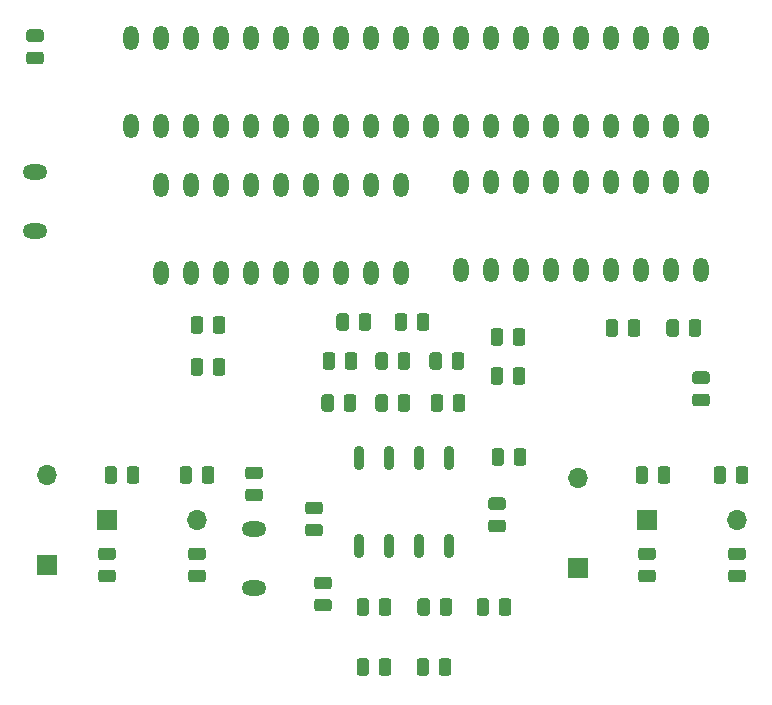
<source format=gbr>
%TF.GenerationSoftware,KiCad,Pcbnew,(5.1.6)-1*%
%TF.CreationDate,2020-08-05T10:29:03-07:00*%
%TF.ProjectId,vu_meter,76755f6d-6574-4657-922e-6b696361645f,rev?*%
%TF.SameCoordinates,Original*%
%TF.FileFunction,Soldermask,Top*%
%TF.FilePolarity,Negative*%
%FSLAX46Y46*%
G04 Gerber Fmt 4.6, Leading zero omitted, Abs format (unit mm)*
G04 Created by KiCad (PCBNEW (5.1.6)-1) date 2020-08-05 10:29:03*
%MOMM*%
%LPD*%
G01*
G04 APERTURE LIST*
%ADD10O,1.300000X2.100000*%
%ADD11O,0.900000X2.100000*%
%ADD12O,2.100000X1.300000*%
%ADD13O,1.700000X1.700000*%
%ADD14R,1.700000X1.700000*%
G04 APERTURE END LIST*
D10*
%TO.C,U3*%
X148336000Y-57862000D03*
X148336000Y-50342000D03*
X145796000Y-57862000D03*
X145796000Y-50342000D03*
X143256000Y-57862000D03*
X143256000Y-50342000D03*
X140716000Y-57862000D03*
X140716000Y-50342000D03*
X138176000Y-57862000D03*
X138176000Y-50342000D03*
X135636000Y-57862000D03*
X135636000Y-50342000D03*
X133096000Y-57862000D03*
X133096000Y-50342000D03*
X130556000Y-57862000D03*
X130556000Y-50342000D03*
X128016000Y-57862000D03*
X128016000Y-50342000D03*
%TD*%
%TO.C,U2*%
X122936000Y-58116000D03*
X122936000Y-50596000D03*
X120396000Y-58116000D03*
X120396000Y-50596000D03*
X117856000Y-58116000D03*
X117856000Y-50596000D03*
X115316000Y-58116000D03*
X115316000Y-50596000D03*
X112776000Y-58116000D03*
X112776000Y-50596000D03*
X110236000Y-58116000D03*
X110236000Y-50596000D03*
X107696000Y-58116000D03*
X107696000Y-50596000D03*
X105156000Y-58116000D03*
X105156000Y-50596000D03*
X102616000Y-58116000D03*
X102616000Y-50596000D03*
%TD*%
D11*
%TO.C,U1*%
X127000000Y-81230000D03*
X127000000Y-73710000D03*
X124460000Y-81230000D03*
X124460000Y-73710000D03*
X121920000Y-81230000D03*
X121920000Y-73710000D03*
X119380000Y-81230000D03*
X119380000Y-73710000D03*
%TD*%
%TO.C,R21*%
G36*
G01*
X98525250Y-82404000D02*
X97562750Y-82404000D01*
G75*
G02*
X97294000Y-82135250I0J268750D01*
G01*
X97294000Y-81597750D01*
G75*
G02*
X97562750Y-81329000I268750J0D01*
G01*
X98525250Y-81329000D01*
G75*
G02*
X98794000Y-81597750I0J-268750D01*
G01*
X98794000Y-82135250D01*
G75*
G02*
X98525250Y-82404000I-268750J0D01*
G01*
G37*
G36*
G01*
X98525250Y-84279000D02*
X97562750Y-84279000D01*
G75*
G02*
X97294000Y-84010250I0J268750D01*
G01*
X97294000Y-83472750D01*
G75*
G02*
X97562750Y-83204000I268750J0D01*
G01*
X98525250Y-83204000D01*
G75*
G02*
X98794000Y-83472750I0J-268750D01*
G01*
X98794000Y-84010250D01*
G75*
G02*
X98525250Y-84279000I-268750J0D01*
G01*
G37*
%TD*%
%TO.C,R20*%
G36*
G01*
X144245250Y-82404000D02*
X143282750Y-82404000D01*
G75*
G02*
X143014000Y-82135250I0J268750D01*
G01*
X143014000Y-81597750D01*
G75*
G02*
X143282750Y-81329000I268750J0D01*
G01*
X144245250Y-81329000D01*
G75*
G02*
X144514000Y-81597750I0J-268750D01*
G01*
X144514000Y-82135250D01*
G75*
G02*
X144245250Y-82404000I-268750J0D01*
G01*
G37*
G36*
G01*
X144245250Y-84279000D02*
X143282750Y-84279000D01*
G75*
G02*
X143014000Y-84010250I0J268750D01*
G01*
X143014000Y-83472750D01*
G75*
G02*
X143282750Y-83204000I268750J0D01*
G01*
X144245250Y-83204000D01*
G75*
G02*
X144514000Y-83472750I0J-268750D01*
G01*
X144514000Y-84010250D01*
G75*
G02*
X144245250Y-84279000I-268750J0D01*
G01*
G37*
%TD*%
%TO.C,R19*%
G36*
G01*
X106064000Y-75665250D02*
X106064000Y-74702750D01*
G75*
G02*
X106332750Y-74434000I268750J0D01*
G01*
X106870250Y-74434000D01*
G75*
G02*
X107139000Y-74702750I0J-268750D01*
G01*
X107139000Y-75665250D01*
G75*
G02*
X106870250Y-75934000I-268750J0D01*
G01*
X106332750Y-75934000D01*
G75*
G02*
X106064000Y-75665250I0J268750D01*
G01*
G37*
G36*
G01*
X104189000Y-75665250D02*
X104189000Y-74702750D01*
G75*
G02*
X104457750Y-74434000I268750J0D01*
G01*
X104995250Y-74434000D01*
G75*
G02*
X105264000Y-74702750I0J-268750D01*
G01*
X105264000Y-75665250D01*
G75*
G02*
X104995250Y-75934000I-268750J0D01*
G01*
X104457750Y-75934000D01*
G75*
G02*
X104189000Y-75665250I0J268750D01*
G01*
G37*
%TD*%
%TO.C,R18*%
G36*
G01*
X151276000Y-75665250D02*
X151276000Y-74702750D01*
G75*
G02*
X151544750Y-74434000I268750J0D01*
G01*
X152082250Y-74434000D01*
G75*
G02*
X152351000Y-74702750I0J-268750D01*
G01*
X152351000Y-75665250D01*
G75*
G02*
X152082250Y-75934000I-268750J0D01*
G01*
X151544750Y-75934000D01*
G75*
G02*
X151276000Y-75665250I0J268750D01*
G01*
G37*
G36*
G01*
X149401000Y-75665250D02*
X149401000Y-74702750D01*
G75*
G02*
X149669750Y-74434000I268750J0D01*
G01*
X150207250Y-74434000D01*
G75*
G02*
X150476000Y-74702750I0J-268750D01*
G01*
X150476000Y-75665250D01*
G75*
G02*
X150207250Y-75934000I-268750J0D01*
G01*
X149669750Y-75934000D01*
G75*
G02*
X149401000Y-75665250I0J268750D01*
G01*
G37*
%TD*%
%TO.C,R17*%
G36*
G01*
X99714000Y-75665250D02*
X99714000Y-74702750D01*
G75*
G02*
X99982750Y-74434000I268750J0D01*
G01*
X100520250Y-74434000D01*
G75*
G02*
X100789000Y-74702750I0J-268750D01*
G01*
X100789000Y-75665250D01*
G75*
G02*
X100520250Y-75934000I-268750J0D01*
G01*
X99982750Y-75934000D01*
G75*
G02*
X99714000Y-75665250I0J268750D01*
G01*
G37*
G36*
G01*
X97839000Y-75665250D02*
X97839000Y-74702750D01*
G75*
G02*
X98107750Y-74434000I268750J0D01*
G01*
X98645250Y-74434000D01*
G75*
G02*
X98914000Y-74702750I0J-268750D01*
G01*
X98914000Y-75665250D01*
G75*
G02*
X98645250Y-75934000I-268750J0D01*
G01*
X98107750Y-75934000D01*
G75*
G02*
X97839000Y-75665250I0J268750D01*
G01*
G37*
%TD*%
%TO.C,R16*%
G36*
G01*
X144672000Y-75665250D02*
X144672000Y-74702750D01*
G75*
G02*
X144940750Y-74434000I268750J0D01*
G01*
X145478250Y-74434000D01*
G75*
G02*
X145747000Y-74702750I0J-268750D01*
G01*
X145747000Y-75665250D01*
G75*
G02*
X145478250Y-75934000I-268750J0D01*
G01*
X144940750Y-75934000D01*
G75*
G02*
X144672000Y-75665250I0J268750D01*
G01*
G37*
G36*
G01*
X142797000Y-75665250D02*
X142797000Y-74702750D01*
G75*
G02*
X143065750Y-74434000I268750J0D01*
G01*
X143603250Y-74434000D01*
G75*
G02*
X143872000Y-74702750I0J-268750D01*
G01*
X143872000Y-75665250D01*
G75*
G02*
X143603250Y-75934000I-268750J0D01*
G01*
X143065750Y-75934000D01*
G75*
G02*
X142797000Y-75665250I0J268750D01*
G01*
G37*
%TD*%
%TO.C,R15*%
G36*
G01*
X121050000Y-86841250D02*
X121050000Y-85878750D01*
G75*
G02*
X121318750Y-85610000I268750J0D01*
G01*
X121856250Y-85610000D01*
G75*
G02*
X122125000Y-85878750I0J-268750D01*
G01*
X122125000Y-86841250D01*
G75*
G02*
X121856250Y-87110000I-268750J0D01*
G01*
X121318750Y-87110000D01*
G75*
G02*
X121050000Y-86841250I0J268750D01*
G01*
G37*
G36*
G01*
X119175000Y-86841250D02*
X119175000Y-85878750D01*
G75*
G02*
X119443750Y-85610000I268750J0D01*
G01*
X119981250Y-85610000D01*
G75*
G02*
X120250000Y-85878750I0J-268750D01*
G01*
X120250000Y-86841250D01*
G75*
G02*
X119981250Y-87110000I-268750J0D01*
G01*
X119443750Y-87110000D01*
G75*
G02*
X119175000Y-86841250I0J268750D01*
G01*
G37*
%TD*%
%TO.C,R14*%
G36*
G01*
X118080500Y-69569250D02*
X118080500Y-68606750D01*
G75*
G02*
X118349250Y-68338000I268750J0D01*
G01*
X118886750Y-68338000D01*
G75*
G02*
X119155500Y-68606750I0J-268750D01*
G01*
X119155500Y-69569250D01*
G75*
G02*
X118886750Y-69838000I-268750J0D01*
G01*
X118349250Y-69838000D01*
G75*
G02*
X118080500Y-69569250I0J268750D01*
G01*
G37*
G36*
G01*
X116205500Y-69569250D02*
X116205500Y-68606750D01*
G75*
G02*
X116474250Y-68338000I268750J0D01*
G01*
X117011750Y-68338000D01*
G75*
G02*
X117280500Y-68606750I0J-268750D01*
G01*
X117280500Y-69569250D01*
G75*
G02*
X117011750Y-69838000I-268750J0D01*
G01*
X116474250Y-69838000D01*
G75*
G02*
X116205500Y-69569250I0J268750D01*
G01*
G37*
%TD*%
%TO.C,R13*%
G36*
G01*
X125408500Y-85878750D02*
X125408500Y-86841250D01*
G75*
G02*
X125139750Y-87110000I-268750J0D01*
G01*
X124602250Y-87110000D01*
G75*
G02*
X124333500Y-86841250I0J268750D01*
G01*
X124333500Y-85878750D01*
G75*
G02*
X124602250Y-85610000I268750J0D01*
G01*
X125139750Y-85610000D01*
G75*
G02*
X125408500Y-85878750I0J-268750D01*
G01*
G37*
G36*
G01*
X127283500Y-85878750D02*
X127283500Y-86841250D01*
G75*
G02*
X127014750Y-87110000I-268750J0D01*
G01*
X126477250Y-87110000D01*
G75*
G02*
X126208500Y-86841250I0J268750D01*
G01*
X126208500Y-85878750D01*
G75*
G02*
X126477250Y-85610000I268750J0D01*
G01*
X127014750Y-85610000D01*
G75*
G02*
X127283500Y-85878750I0J-268750D01*
G01*
G37*
%TD*%
%TO.C,R12*%
G36*
G01*
X121852500Y-68606750D02*
X121852500Y-69569250D01*
G75*
G02*
X121583750Y-69838000I-268750J0D01*
G01*
X121046250Y-69838000D01*
G75*
G02*
X120777500Y-69569250I0J268750D01*
G01*
X120777500Y-68606750D01*
G75*
G02*
X121046250Y-68338000I268750J0D01*
G01*
X121583750Y-68338000D01*
G75*
G02*
X121852500Y-68606750I0J-268750D01*
G01*
G37*
G36*
G01*
X123727500Y-68606750D02*
X123727500Y-69569250D01*
G75*
G02*
X123458750Y-69838000I-268750J0D01*
G01*
X122921250Y-69838000D01*
G75*
G02*
X122652500Y-69569250I0J268750D01*
G01*
X122652500Y-68606750D01*
G75*
G02*
X122921250Y-68338000I268750J0D01*
G01*
X123458750Y-68338000D01*
G75*
G02*
X123727500Y-68606750I0J-268750D01*
G01*
G37*
%TD*%
%TO.C,R11*%
G36*
G01*
X110008750Y-76346000D02*
X110971250Y-76346000D01*
G75*
G02*
X111240000Y-76614750I0J-268750D01*
G01*
X111240000Y-77152250D01*
G75*
G02*
X110971250Y-77421000I-268750J0D01*
G01*
X110008750Y-77421000D01*
G75*
G02*
X109740000Y-77152250I0J268750D01*
G01*
X109740000Y-76614750D01*
G75*
G02*
X110008750Y-76346000I268750J0D01*
G01*
G37*
G36*
G01*
X110008750Y-74471000D02*
X110971250Y-74471000D01*
G75*
G02*
X111240000Y-74739750I0J-268750D01*
G01*
X111240000Y-75277250D01*
G75*
G02*
X110971250Y-75546000I-268750J0D01*
G01*
X110008750Y-75546000D01*
G75*
G02*
X109740000Y-75277250I0J268750D01*
G01*
X109740000Y-74739750D01*
G75*
G02*
X110008750Y-74471000I268750J0D01*
G01*
G37*
%TD*%
%TO.C,R10*%
G36*
G01*
X127224500Y-66013250D02*
X127224500Y-65050750D01*
G75*
G02*
X127493250Y-64782000I268750J0D01*
G01*
X128030750Y-64782000D01*
G75*
G02*
X128299500Y-65050750I0J-268750D01*
G01*
X128299500Y-66013250D01*
G75*
G02*
X128030750Y-66282000I-268750J0D01*
G01*
X127493250Y-66282000D01*
G75*
G02*
X127224500Y-66013250I0J268750D01*
G01*
G37*
G36*
G01*
X125349500Y-66013250D02*
X125349500Y-65050750D01*
G75*
G02*
X125618250Y-64782000I268750J0D01*
G01*
X126155750Y-64782000D01*
G75*
G02*
X126424500Y-65050750I0J-268750D01*
G01*
X126424500Y-66013250D01*
G75*
G02*
X126155750Y-66282000I-268750J0D01*
G01*
X125618250Y-66282000D01*
G75*
G02*
X125349500Y-66013250I0J268750D01*
G01*
G37*
%TD*%
%TO.C,R9*%
G36*
G01*
X122652500Y-66013250D02*
X122652500Y-65050750D01*
G75*
G02*
X122921250Y-64782000I268750J0D01*
G01*
X123458750Y-64782000D01*
G75*
G02*
X123727500Y-65050750I0J-268750D01*
G01*
X123727500Y-66013250D01*
G75*
G02*
X123458750Y-66282000I-268750J0D01*
G01*
X122921250Y-66282000D01*
G75*
G02*
X122652500Y-66013250I0J268750D01*
G01*
G37*
G36*
G01*
X120777500Y-66013250D02*
X120777500Y-65050750D01*
G75*
G02*
X121046250Y-64782000I268750J0D01*
G01*
X121583750Y-64782000D01*
G75*
G02*
X121852500Y-65050750I0J-268750D01*
G01*
X121852500Y-66013250D01*
G75*
G02*
X121583750Y-66282000I-268750J0D01*
G01*
X121046250Y-66282000D01*
G75*
G02*
X120777500Y-66013250I0J268750D01*
G01*
G37*
%TD*%
%TO.C,R8*%
G36*
G01*
X126130000Y-91921250D02*
X126130000Y-90958750D01*
G75*
G02*
X126398750Y-90690000I268750J0D01*
G01*
X126936250Y-90690000D01*
G75*
G02*
X127205000Y-90958750I0J-268750D01*
G01*
X127205000Y-91921250D01*
G75*
G02*
X126936250Y-92190000I-268750J0D01*
G01*
X126398750Y-92190000D01*
G75*
G02*
X126130000Y-91921250I0J268750D01*
G01*
G37*
G36*
G01*
X124255000Y-91921250D02*
X124255000Y-90958750D01*
G75*
G02*
X124523750Y-90690000I268750J0D01*
G01*
X125061250Y-90690000D01*
G75*
G02*
X125330000Y-90958750I0J-268750D01*
G01*
X125330000Y-91921250D01*
G75*
G02*
X125061250Y-92190000I-268750J0D01*
G01*
X124523750Y-92190000D01*
G75*
G02*
X124255000Y-91921250I0J268750D01*
G01*
G37*
%TD*%
%TO.C,R7*%
G36*
G01*
X121050000Y-91921250D02*
X121050000Y-90958750D01*
G75*
G02*
X121318750Y-90690000I268750J0D01*
G01*
X121856250Y-90690000D01*
G75*
G02*
X122125000Y-90958750I0J-268750D01*
G01*
X122125000Y-91921250D01*
G75*
G02*
X121856250Y-92190000I-268750J0D01*
G01*
X121318750Y-92190000D01*
G75*
G02*
X121050000Y-91921250I0J268750D01*
G01*
G37*
G36*
G01*
X119175000Y-91921250D02*
X119175000Y-90958750D01*
G75*
G02*
X119443750Y-90690000I268750J0D01*
G01*
X119981250Y-90690000D01*
G75*
G02*
X120250000Y-90958750I0J-268750D01*
G01*
X120250000Y-91921250D01*
G75*
G02*
X119981250Y-92190000I-268750J0D01*
G01*
X119443750Y-92190000D01*
G75*
G02*
X119175000Y-91921250I0J268750D01*
G01*
G37*
%TD*%
%TO.C,R6*%
G36*
G01*
X147854750Y-68296500D02*
X148817250Y-68296500D01*
G75*
G02*
X149086000Y-68565250I0J-268750D01*
G01*
X149086000Y-69102750D01*
G75*
G02*
X148817250Y-69371500I-268750J0D01*
G01*
X147854750Y-69371500D01*
G75*
G02*
X147586000Y-69102750I0J268750D01*
G01*
X147586000Y-68565250D01*
G75*
G02*
X147854750Y-68296500I268750J0D01*
G01*
G37*
G36*
G01*
X147854750Y-66421500D02*
X148817250Y-66421500D01*
G75*
G02*
X149086000Y-66690250I0J-268750D01*
G01*
X149086000Y-67227750D01*
G75*
G02*
X148817250Y-67496500I-268750J0D01*
G01*
X147854750Y-67496500D01*
G75*
G02*
X147586000Y-67227750I0J268750D01*
G01*
X147586000Y-66690250D01*
G75*
G02*
X147854750Y-66421500I268750J0D01*
G01*
G37*
%TD*%
%TO.C,R5*%
G36*
G01*
X117377500Y-65050750D02*
X117377500Y-66013250D01*
G75*
G02*
X117108750Y-66282000I-268750J0D01*
G01*
X116571250Y-66282000D01*
G75*
G02*
X116302500Y-66013250I0J268750D01*
G01*
X116302500Y-65050750D01*
G75*
G02*
X116571250Y-64782000I268750J0D01*
G01*
X117108750Y-64782000D01*
G75*
G02*
X117377500Y-65050750I0J-268750D01*
G01*
G37*
G36*
G01*
X119252500Y-65050750D02*
X119252500Y-66013250D01*
G75*
G02*
X118983750Y-66282000I-268750J0D01*
G01*
X118446250Y-66282000D01*
G75*
G02*
X118177500Y-66013250I0J268750D01*
G01*
X118177500Y-65050750D01*
G75*
G02*
X118446250Y-64782000I268750J0D01*
G01*
X118983750Y-64782000D01*
G75*
G02*
X119252500Y-65050750I0J-268750D01*
G01*
G37*
%TD*%
%TO.C,R4*%
G36*
G01*
X146490500Y-62256750D02*
X146490500Y-63219250D01*
G75*
G02*
X146221750Y-63488000I-268750J0D01*
G01*
X145684250Y-63488000D01*
G75*
G02*
X145415500Y-63219250I0J268750D01*
G01*
X145415500Y-62256750D01*
G75*
G02*
X145684250Y-61988000I268750J0D01*
G01*
X146221750Y-61988000D01*
G75*
G02*
X146490500Y-62256750I0J-268750D01*
G01*
G37*
G36*
G01*
X148365500Y-62256750D02*
X148365500Y-63219250D01*
G75*
G02*
X148096750Y-63488000I-268750J0D01*
G01*
X147559250Y-63488000D01*
G75*
G02*
X147290500Y-63219250I0J268750D01*
G01*
X147290500Y-62256750D01*
G75*
G02*
X147559250Y-61988000I268750J0D01*
G01*
X148096750Y-61988000D01*
G75*
G02*
X148365500Y-62256750I0J-268750D01*
G01*
G37*
%TD*%
%TO.C,R3*%
G36*
G01*
X142132000Y-63219250D02*
X142132000Y-62256750D01*
G75*
G02*
X142400750Y-61988000I268750J0D01*
G01*
X142938250Y-61988000D01*
G75*
G02*
X143207000Y-62256750I0J-268750D01*
G01*
X143207000Y-63219250D01*
G75*
G02*
X142938250Y-63488000I-268750J0D01*
G01*
X142400750Y-63488000D01*
G75*
G02*
X142132000Y-63219250I0J268750D01*
G01*
G37*
G36*
G01*
X140257000Y-63219250D02*
X140257000Y-62256750D01*
G75*
G02*
X140525750Y-61988000I268750J0D01*
G01*
X141063250Y-61988000D01*
G75*
G02*
X141332000Y-62256750I0J-268750D01*
G01*
X141332000Y-63219250D01*
G75*
G02*
X141063250Y-63488000I-268750J0D01*
G01*
X140525750Y-63488000D01*
G75*
G02*
X140257000Y-63219250I0J268750D01*
G01*
G37*
%TD*%
%TO.C,R2*%
G36*
G01*
X123473500Y-61748750D02*
X123473500Y-62711250D01*
G75*
G02*
X123204750Y-62980000I-268750J0D01*
G01*
X122667250Y-62980000D01*
G75*
G02*
X122398500Y-62711250I0J268750D01*
G01*
X122398500Y-61748750D01*
G75*
G02*
X122667250Y-61480000I268750J0D01*
G01*
X123204750Y-61480000D01*
G75*
G02*
X123473500Y-61748750I0J-268750D01*
G01*
G37*
G36*
G01*
X125348500Y-61748750D02*
X125348500Y-62711250D01*
G75*
G02*
X125079750Y-62980000I-268750J0D01*
G01*
X124542250Y-62980000D01*
G75*
G02*
X124273500Y-62711250I0J268750D01*
G01*
X124273500Y-61748750D01*
G75*
G02*
X124542250Y-61480000I268750J0D01*
G01*
X125079750Y-61480000D01*
G75*
G02*
X125348500Y-61748750I0J-268750D01*
G01*
G37*
%TD*%
%TO.C,R1*%
G36*
G01*
X119350500Y-62711250D02*
X119350500Y-61748750D01*
G75*
G02*
X119619250Y-61480000I268750J0D01*
G01*
X120156750Y-61480000D01*
G75*
G02*
X120425500Y-61748750I0J-268750D01*
G01*
X120425500Y-62711250D01*
G75*
G02*
X120156750Y-62980000I-268750J0D01*
G01*
X119619250Y-62980000D01*
G75*
G02*
X119350500Y-62711250I0J268750D01*
G01*
G37*
G36*
G01*
X117475500Y-62711250D02*
X117475500Y-61748750D01*
G75*
G02*
X117744250Y-61480000I268750J0D01*
G01*
X118281750Y-61480000D01*
G75*
G02*
X118550500Y-61748750I0J-268750D01*
G01*
X118550500Y-62711250D01*
G75*
G02*
X118281750Y-62980000I-268750J0D01*
G01*
X117744250Y-62980000D01*
G75*
G02*
X117475500Y-62711250I0J268750D01*
G01*
G37*
%TD*%
D12*
%TO.C,MK1*%
X110490000Y-79796000D03*
X110490000Y-84796000D03*
%TD*%
%TO.C,J1*%
X91948000Y-49530000D03*
X91948000Y-54530000D03*
%TD*%
D13*
%TO.C,D6*%
X105664000Y-78994000D03*
D14*
X98044000Y-78994000D03*
%TD*%
D13*
%TO.C,D5*%
X151384000Y-78994000D03*
D14*
X143764000Y-78994000D03*
%TD*%
D13*
%TO.C,D4*%
X92964000Y-75184000D03*
D14*
X92964000Y-82804000D03*
%TD*%
D13*
%TO.C,D3*%
X137922000Y-75438000D03*
D14*
X137922000Y-83058000D03*
%TD*%
D10*
%TO.C,D2*%
X148336000Y-45670000D03*
X148336000Y-38150000D03*
X145796000Y-45670000D03*
X145796000Y-38150000D03*
X143256000Y-45670000D03*
X143256000Y-38150000D03*
X140716000Y-45670000D03*
X140716000Y-38150000D03*
X138176000Y-45670000D03*
X138176000Y-38150000D03*
X135636000Y-45670000D03*
X135636000Y-38150000D03*
X133096000Y-45670000D03*
X133096000Y-38150000D03*
X130556000Y-45670000D03*
X130556000Y-38150000D03*
X128016000Y-45670000D03*
X128016000Y-38150000D03*
X125476000Y-45670000D03*
X125476000Y-38150000D03*
%TD*%
%TO.C,D1*%
X122936000Y-45670000D03*
X122936000Y-38150000D03*
X120396000Y-45670000D03*
X120396000Y-38150000D03*
X117856000Y-45670000D03*
X117856000Y-38150000D03*
X115316000Y-45670000D03*
X115316000Y-38150000D03*
X112776000Y-45670000D03*
X112776000Y-38150000D03*
X110236000Y-45670000D03*
X110236000Y-38150000D03*
X107696000Y-45670000D03*
X107696000Y-38150000D03*
X105156000Y-45670000D03*
X105156000Y-38150000D03*
X102616000Y-45670000D03*
X102616000Y-38150000D03*
X100076000Y-45670000D03*
X100076000Y-38150000D03*
%TD*%
%TO.C,C13*%
G36*
G01*
X106145250Y-82404000D02*
X105182750Y-82404000D01*
G75*
G02*
X104914000Y-82135250I0J268750D01*
G01*
X104914000Y-81597750D01*
G75*
G02*
X105182750Y-81329000I268750J0D01*
G01*
X106145250Y-81329000D01*
G75*
G02*
X106414000Y-81597750I0J-268750D01*
G01*
X106414000Y-82135250D01*
G75*
G02*
X106145250Y-82404000I-268750J0D01*
G01*
G37*
G36*
G01*
X106145250Y-84279000D02*
X105182750Y-84279000D01*
G75*
G02*
X104914000Y-84010250I0J268750D01*
G01*
X104914000Y-83472750D01*
G75*
G02*
X105182750Y-83204000I268750J0D01*
G01*
X106145250Y-83204000D01*
G75*
G02*
X106414000Y-83472750I0J-268750D01*
G01*
X106414000Y-84010250D01*
G75*
G02*
X106145250Y-84279000I-268750J0D01*
G01*
G37*
%TD*%
%TO.C,C12*%
G36*
G01*
X151865250Y-82404000D02*
X150902750Y-82404000D01*
G75*
G02*
X150634000Y-82135250I0J268750D01*
G01*
X150634000Y-81597750D01*
G75*
G02*
X150902750Y-81329000I268750J0D01*
G01*
X151865250Y-81329000D01*
G75*
G02*
X152134000Y-81597750I0J-268750D01*
G01*
X152134000Y-82135250D01*
G75*
G02*
X151865250Y-82404000I-268750J0D01*
G01*
G37*
G36*
G01*
X151865250Y-84279000D02*
X150902750Y-84279000D01*
G75*
G02*
X150634000Y-84010250I0J268750D01*
G01*
X150634000Y-83472750D01*
G75*
G02*
X150902750Y-83204000I268750J0D01*
G01*
X151865250Y-83204000D01*
G75*
G02*
X152134000Y-83472750I0J-268750D01*
G01*
X152134000Y-84010250D01*
G75*
G02*
X151865250Y-84279000I-268750J0D01*
G01*
G37*
%TD*%
%TO.C,C11*%
G36*
G01*
X116813250Y-84865500D02*
X115850750Y-84865500D01*
G75*
G02*
X115582000Y-84596750I0J268750D01*
G01*
X115582000Y-84059250D01*
G75*
G02*
X115850750Y-83790500I268750J0D01*
G01*
X116813250Y-83790500D01*
G75*
G02*
X117082000Y-84059250I0J-268750D01*
G01*
X117082000Y-84596750D01*
G75*
G02*
X116813250Y-84865500I-268750J0D01*
G01*
G37*
G36*
G01*
X116813250Y-86740500D02*
X115850750Y-86740500D01*
G75*
G02*
X115582000Y-86471750I0J268750D01*
G01*
X115582000Y-85934250D01*
G75*
G02*
X115850750Y-85665500I268750J0D01*
G01*
X116813250Y-85665500D01*
G75*
G02*
X117082000Y-85934250I0J-268750D01*
G01*
X117082000Y-86471750D01*
G75*
G02*
X116813250Y-86740500I-268750J0D01*
G01*
G37*
%TD*%
%TO.C,C10*%
G36*
G01*
X132480000Y-74141250D02*
X132480000Y-73178750D01*
G75*
G02*
X132748750Y-72910000I268750J0D01*
G01*
X133286250Y-72910000D01*
G75*
G02*
X133555000Y-73178750I0J-268750D01*
G01*
X133555000Y-74141250D01*
G75*
G02*
X133286250Y-74410000I-268750J0D01*
G01*
X132748750Y-74410000D01*
G75*
G02*
X132480000Y-74141250I0J268750D01*
G01*
G37*
G36*
G01*
X130605000Y-74141250D02*
X130605000Y-73178750D01*
G75*
G02*
X130873750Y-72910000I268750J0D01*
G01*
X131411250Y-72910000D01*
G75*
G02*
X131680000Y-73178750I0J-268750D01*
G01*
X131680000Y-74141250D01*
G75*
G02*
X131411250Y-74410000I-268750J0D01*
G01*
X130873750Y-74410000D01*
G75*
G02*
X130605000Y-74141250I0J268750D01*
G01*
G37*
%TD*%
%TO.C,C9*%
G36*
G01*
X130410000Y-85878750D02*
X130410000Y-86841250D01*
G75*
G02*
X130141250Y-87110000I-268750J0D01*
G01*
X129603750Y-87110000D01*
G75*
G02*
X129335000Y-86841250I0J268750D01*
G01*
X129335000Y-85878750D01*
G75*
G02*
X129603750Y-85610000I268750J0D01*
G01*
X130141250Y-85610000D01*
G75*
G02*
X130410000Y-85878750I0J-268750D01*
G01*
G37*
G36*
G01*
X132285000Y-85878750D02*
X132285000Y-86841250D01*
G75*
G02*
X132016250Y-87110000I-268750J0D01*
G01*
X131478750Y-87110000D01*
G75*
G02*
X131210000Y-86841250I0J268750D01*
G01*
X131210000Y-85878750D01*
G75*
G02*
X131478750Y-85610000I268750J0D01*
G01*
X132016250Y-85610000D01*
G75*
G02*
X132285000Y-85878750I0J-268750D01*
G01*
G37*
%TD*%
%TO.C,C8*%
G36*
G01*
X126521500Y-68606750D02*
X126521500Y-69569250D01*
G75*
G02*
X126252750Y-69838000I-268750J0D01*
G01*
X125715250Y-69838000D01*
G75*
G02*
X125446500Y-69569250I0J268750D01*
G01*
X125446500Y-68606750D01*
G75*
G02*
X125715250Y-68338000I268750J0D01*
G01*
X126252750Y-68338000D01*
G75*
G02*
X126521500Y-68606750I0J-268750D01*
G01*
G37*
G36*
G01*
X128396500Y-68606750D02*
X128396500Y-69569250D01*
G75*
G02*
X128127750Y-69838000I-268750J0D01*
G01*
X127590250Y-69838000D01*
G75*
G02*
X127321500Y-69569250I0J268750D01*
G01*
X127321500Y-68606750D01*
G75*
G02*
X127590250Y-68338000I268750J0D01*
G01*
X128127750Y-68338000D01*
G75*
G02*
X128396500Y-68606750I0J-268750D01*
G01*
G37*
%TD*%
%TO.C,C7*%
G36*
G01*
X115088750Y-79315500D02*
X116051250Y-79315500D01*
G75*
G02*
X116320000Y-79584250I0J-268750D01*
G01*
X116320000Y-80121750D01*
G75*
G02*
X116051250Y-80390500I-268750J0D01*
G01*
X115088750Y-80390500D01*
G75*
G02*
X114820000Y-80121750I0J268750D01*
G01*
X114820000Y-79584250D01*
G75*
G02*
X115088750Y-79315500I268750J0D01*
G01*
G37*
G36*
G01*
X115088750Y-77440500D02*
X116051250Y-77440500D01*
G75*
G02*
X116320000Y-77709250I0J-268750D01*
G01*
X116320000Y-78246750D01*
G75*
G02*
X116051250Y-78515500I-268750J0D01*
G01*
X115088750Y-78515500D01*
G75*
G02*
X114820000Y-78246750I0J268750D01*
G01*
X114820000Y-77709250D01*
G75*
G02*
X115088750Y-77440500I268750J0D01*
G01*
G37*
%TD*%
%TO.C,C6*%
G36*
G01*
X130582750Y-78964500D02*
X131545250Y-78964500D01*
G75*
G02*
X131814000Y-79233250I0J-268750D01*
G01*
X131814000Y-79770750D01*
G75*
G02*
X131545250Y-80039500I-268750J0D01*
G01*
X130582750Y-80039500D01*
G75*
G02*
X130314000Y-79770750I0J268750D01*
G01*
X130314000Y-79233250D01*
G75*
G02*
X130582750Y-78964500I268750J0D01*
G01*
G37*
G36*
G01*
X130582750Y-77089500D02*
X131545250Y-77089500D01*
G75*
G02*
X131814000Y-77358250I0J-268750D01*
G01*
X131814000Y-77895750D01*
G75*
G02*
X131545250Y-78164500I-268750J0D01*
G01*
X130582750Y-78164500D01*
G75*
G02*
X130314000Y-77895750I0J268750D01*
G01*
X130314000Y-77358250D01*
G75*
G02*
X130582750Y-77089500I268750J0D01*
G01*
G37*
%TD*%
%TO.C,C5*%
G36*
G01*
X131601500Y-66320750D02*
X131601500Y-67283250D01*
G75*
G02*
X131332750Y-67552000I-268750J0D01*
G01*
X130795250Y-67552000D01*
G75*
G02*
X130526500Y-67283250I0J268750D01*
G01*
X130526500Y-66320750D01*
G75*
G02*
X130795250Y-66052000I268750J0D01*
G01*
X131332750Y-66052000D01*
G75*
G02*
X131601500Y-66320750I0J-268750D01*
G01*
G37*
G36*
G01*
X133476500Y-66320750D02*
X133476500Y-67283250D01*
G75*
G02*
X133207750Y-67552000I-268750J0D01*
G01*
X132670250Y-67552000D01*
G75*
G02*
X132401500Y-67283250I0J268750D01*
G01*
X132401500Y-66320750D01*
G75*
G02*
X132670250Y-66052000I268750J0D01*
G01*
X133207750Y-66052000D01*
G75*
G02*
X133476500Y-66320750I0J-268750D01*
G01*
G37*
%TD*%
%TO.C,C4*%
G36*
G01*
X106201500Y-62002750D02*
X106201500Y-62965250D01*
G75*
G02*
X105932750Y-63234000I-268750J0D01*
G01*
X105395250Y-63234000D01*
G75*
G02*
X105126500Y-62965250I0J268750D01*
G01*
X105126500Y-62002750D01*
G75*
G02*
X105395250Y-61734000I268750J0D01*
G01*
X105932750Y-61734000D01*
G75*
G02*
X106201500Y-62002750I0J-268750D01*
G01*
G37*
G36*
G01*
X108076500Y-62002750D02*
X108076500Y-62965250D01*
G75*
G02*
X107807750Y-63234000I-268750J0D01*
G01*
X107270250Y-63234000D01*
G75*
G02*
X107001500Y-62965250I0J268750D01*
G01*
X107001500Y-62002750D01*
G75*
G02*
X107270250Y-61734000I268750J0D01*
G01*
X107807750Y-61734000D01*
G75*
G02*
X108076500Y-62002750I0J-268750D01*
G01*
G37*
%TD*%
%TO.C,C3*%
G36*
G01*
X91466750Y-39340500D02*
X92429250Y-39340500D01*
G75*
G02*
X92698000Y-39609250I0J-268750D01*
G01*
X92698000Y-40146750D01*
G75*
G02*
X92429250Y-40415500I-268750J0D01*
G01*
X91466750Y-40415500D01*
G75*
G02*
X91198000Y-40146750I0J268750D01*
G01*
X91198000Y-39609250D01*
G75*
G02*
X91466750Y-39340500I268750J0D01*
G01*
G37*
G36*
G01*
X91466750Y-37465500D02*
X92429250Y-37465500D01*
G75*
G02*
X92698000Y-37734250I0J-268750D01*
G01*
X92698000Y-38271750D01*
G75*
G02*
X92429250Y-38540500I-268750J0D01*
G01*
X91466750Y-38540500D01*
G75*
G02*
X91198000Y-38271750I0J268750D01*
G01*
X91198000Y-37734250D01*
G75*
G02*
X91466750Y-37465500I268750J0D01*
G01*
G37*
%TD*%
%TO.C,C2*%
G36*
G01*
X131601500Y-63018750D02*
X131601500Y-63981250D01*
G75*
G02*
X131332750Y-64250000I-268750J0D01*
G01*
X130795250Y-64250000D01*
G75*
G02*
X130526500Y-63981250I0J268750D01*
G01*
X130526500Y-63018750D01*
G75*
G02*
X130795250Y-62750000I268750J0D01*
G01*
X131332750Y-62750000D01*
G75*
G02*
X131601500Y-63018750I0J-268750D01*
G01*
G37*
G36*
G01*
X133476500Y-63018750D02*
X133476500Y-63981250D01*
G75*
G02*
X133207750Y-64250000I-268750J0D01*
G01*
X132670250Y-64250000D01*
G75*
G02*
X132401500Y-63981250I0J268750D01*
G01*
X132401500Y-63018750D01*
G75*
G02*
X132670250Y-62750000I268750J0D01*
G01*
X133207750Y-62750000D01*
G75*
G02*
X133476500Y-63018750I0J-268750D01*
G01*
G37*
%TD*%
%TO.C,C1*%
G36*
G01*
X106201500Y-65558750D02*
X106201500Y-66521250D01*
G75*
G02*
X105932750Y-66790000I-268750J0D01*
G01*
X105395250Y-66790000D01*
G75*
G02*
X105126500Y-66521250I0J268750D01*
G01*
X105126500Y-65558750D01*
G75*
G02*
X105395250Y-65290000I268750J0D01*
G01*
X105932750Y-65290000D01*
G75*
G02*
X106201500Y-65558750I0J-268750D01*
G01*
G37*
G36*
G01*
X108076500Y-65558750D02*
X108076500Y-66521250D01*
G75*
G02*
X107807750Y-66790000I-268750J0D01*
G01*
X107270250Y-66790000D01*
G75*
G02*
X107001500Y-66521250I0J268750D01*
G01*
X107001500Y-65558750D01*
G75*
G02*
X107270250Y-65290000I268750J0D01*
G01*
X107807750Y-65290000D01*
G75*
G02*
X108076500Y-65558750I0J-268750D01*
G01*
G37*
%TD*%
M02*

</source>
